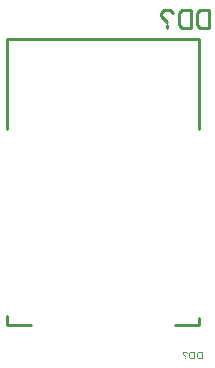
<source format=gbo>
G04 Layer_Color=32896*
%FSLAX25Y25*%
%MOIN*%
G70*
G01*
G75*
%ADD29C,0.01000*%
G36*
X576536Y230031D02*
X575629D01*
X575546Y230035D01*
X575469Y230039D01*
X575400Y230046D01*
X575342Y230053D01*
X575291Y230061D01*
X575254Y230064D01*
X575244Y230068D01*
X575233Y230071D01*
X575225D01*
X575160Y230090D01*
X575102Y230112D01*
X575050Y230130D01*
X575007Y230152D01*
X574970Y230170D01*
X574945Y230184D01*
X574930Y230195D01*
X574923Y230199D01*
X574876Y230232D01*
X574836Y230272D01*
X574796Y230308D01*
X574763Y230345D01*
X574734Y230377D01*
X574712Y230403D01*
X574697Y230421D01*
X574694Y230428D01*
X574657Y230486D01*
X574621Y230548D01*
X574592Y230607D01*
X574570Y230665D01*
X574548Y230716D01*
X574534Y230756D01*
X574530Y230770D01*
X574526Y230781D01*
X574523Y230789D01*
Y230792D01*
X574501Y230880D01*
X574483Y230967D01*
X574472Y231051D01*
X574461Y231131D01*
X574457Y231200D01*
Y231229D01*
X574454Y231255D01*
Y231273D01*
Y231291D01*
Y231298D01*
Y231302D01*
X574457Y231426D01*
X574468Y231539D01*
X574486Y231640D01*
X574494Y231688D01*
X574505Y231728D01*
X574515Y231768D01*
X574523Y231801D01*
X574530Y231830D01*
X574541Y231855D01*
X574545Y231877D01*
X574552Y231891D01*
X574555Y231899D01*
Y231903D01*
X574595Y231997D01*
X574643Y232081D01*
X574694Y232154D01*
X574741Y232215D01*
X574785Y232266D01*
X574821Y232303D01*
X574836Y232314D01*
X574847Y232325D01*
X574850Y232328D01*
X574854Y232332D01*
X574912Y232379D01*
X574974Y232416D01*
X575036Y232449D01*
X575094Y232474D01*
X575145Y232492D01*
X575185Y232503D01*
X575200Y232510D01*
X575211D01*
X575218Y232514D01*
X575222D01*
X575283Y232525D01*
X575356Y232536D01*
X575429Y232543D01*
X575502Y232547D01*
X575567Y232550D01*
X576536D01*
Y230031D01*
D02*
G37*
G36*
X579076D02*
X578170D01*
X578086Y230035D01*
X578010Y230039D01*
X577941Y230046D01*
X577882Y230053D01*
X577832Y230061D01*
X577795Y230064D01*
X577784Y230068D01*
X577773Y230071D01*
X577766D01*
X577701Y230090D01*
X577642Y230112D01*
X577591Y230130D01*
X577548Y230152D01*
X577511Y230170D01*
X577486Y230184D01*
X577471Y230195D01*
X577464Y230199D01*
X577417Y230232D01*
X577377Y230272D01*
X577337Y230308D01*
X577304Y230345D01*
X577275Y230377D01*
X577253Y230403D01*
X577238Y230421D01*
X577235Y230428D01*
X577198Y230486D01*
X577162Y230548D01*
X577133Y230607D01*
X577111Y230665D01*
X577089Y230716D01*
X577074Y230756D01*
X577071Y230770D01*
X577067Y230781D01*
X577064Y230789D01*
Y230792D01*
X577042Y230880D01*
X577023Y230967D01*
X577012Y231051D01*
X577002Y231131D01*
X576998Y231200D01*
Y231229D01*
X576994Y231255D01*
Y231273D01*
Y231291D01*
Y231298D01*
Y231302D01*
X576998Y231426D01*
X577009Y231539D01*
X577027Y231640D01*
X577034Y231688D01*
X577045Y231728D01*
X577056Y231768D01*
X577064Y231801D01*
X577071Y231830D01*
X577082Y231855D01*
X577085Y231877D01*
X577093Y231891D01*
X577096Y231899D01*
Y231903D01*
X577136Y231997D01*
X577184Y232081D01*
X577235Y232154D01*
X577282Y232215D01*
X577325Y232266D01*
X577362Y232303D01*
X577377Y232314D01*
X577387Y232325D01*
X577391Y232328D01*
X577395Y232332D01*
X577453Y232379D01*
X577515Y232416D01*
X577577Y232449D01*
X577635Y232474D01*
X577686Y232492D01*
X577726Y232503D01*
X577740Y232510D01*
X577751D01*
X577759Y232514D01*
X577762D01*
X577824Y232525D01*
X577897Y232536D01*
X577970Y232543D01*
X578043Y232547D01*
X578108Y232550D01*
X579076D01*
Y230031D01*
D02*
G37*
G36*
X573362Y232590D02*
X573423Y232587D01*
X573533Y232565D01*
X573584Y232550D01*
X573627Y232536D01*
X573671Y232518D01*
X573711Y232499D01*
X573744Y232481D01*
X573773Y232463D01*
X573798Y232449D01*
X573820Y232434D01*
X573838Y232423D01*
X573849Y232412D01*
X573857Y232408D01*
X573860Y232405D01*
X573897Y232368D01*
X573933Y232328D01*
X573988Y232241D01*
X574031Y232150D01*
X574064Y232066D01*
X574079Y232023D01*
X574086Y231986D01*
X574097Y231953D01*
X574100Y231924D01*
X574108Y231899D01*
Y231881D01*
X574111Y231870D01*
Y231866D01*
X573795Y231826D01*
X573776Y231917D01*
X573751Y231997D01*
X573722Y232063D01*
X573693Y232117D01*
X573667Y232157D01*
X573645Y232190D01*
X573631Y232205D01*
X573624Y232212D01*
X573569Y232256D01*
X573515Y232285D01*
X573460Y232307D01*
X573409Y232325D01*
X573362Y232332D01*
X573325Y232336D01*
X573311Y232339D01*
X573292D01*
X573220Y232332D01*
X573150Y232317D01*
X573092Y232296D01*
X573041Y232270D01*
X573001Y232245D01*
X572972Y232223D01*
X572954Y232208D01*
X572947Y232201D01*
X572899Y232146D01*
X572863Y232092D01*
X572837Y232041D01*
X572823Y231990D01*
X572812Y231950D01*
X572808Y231913D01*
X572805Y231891D01*
Y231888D01*
Y231884D01*
X572808Y231848D01*
X572812Y231811D01*
X572819Y231782D01*
X572830Y231753D01*
X572841Y231731D01*
X572848Y231713D01*
X572852Y231702D01*
X572856Y231699D01*
X572878Y231666D01*
X572910Y231629D01*
X572943Y231589D01*
X572979Y231553D01*
X573012Y231524D01*
X573041Y231495D01*
X573060Y231480D01*
X573063Y231473D01*
X573067D01*
X573121Y231422D01*
X573169Y231378D01*
X573209Y231342D01*
X573238Y231313D01*
X573260Y231287D01*
X573278Y231273D01*
X573285Y231262D01*
X573289Y231258D01*
X573318Y231222D01*
X573343Y231185D01*
X573365Y231149D01*
X573383Y231120D01*
X573394Y231094D01*
X573405Y231076D01*
X573409Y231062D01*
X573413Y231058D01*
X573431Y231007D01*
X573442Y230952D01*
X573453Y230902D01*
X573456Y230854D01*
X573460Y230810D01*
X573463Y230774D01*
Y230752D01*
Y230749D01*
Y230745D01*
Y230716D01*
X573460Y230687D01*
Y230665D01*
Y230658D01*
Y230654D01*
X573161D01*
Y230716D01*
X573158Y230770D01*
X573154Y230818D01*
X573150Y230854D01*
X573147Y230880D01*
X573143Y230902D01*
X573139Y230912D01*
Y230916D01*
X573118Y230974D01*
X573107Y231000D01*
X573096Y231022D01*
X573085Y231036D01*
X573078Y231051D01*
X573070Y231058D01*
Y231062D01*
X573048Y231091D01*
X573019Y231120D01*
X572987Y231153D01*
X572954Y231185D01*
X572921Y231214D01*
X572896Y231240D01*
X572878Y231255D01*
X572870Y231262D01*
X572794Y231331D01*
X572728Y231397D01*
X572674Y231455D01*
X572634Y231502D01*
X572605Y231542D01*
X572583Y231571D01*
X572572Y231589D01*
X572568Y231597D01*
X572543Y231651D01*
X572521Y231706D01*
X572506Y231757D01*
X572499Y231804D01*
X572492Y231844D01*
X572488Y231873D01*
Y231895D01*
Y231903D01*
X572492Y231957D01*
X572499Y232004D01*
X572510Y232055D01*
X572521Y232099D01*
X572557Y232183D01*
X572597Y232256D01*
X572619Y232285D01*
X572641Y232310D01*
X572659Y232336D01*
X572674Y232354D01*
X572688Y232368D01*
X572699Y232383D01*
X572706Y232387D01*
X572710Y232390D01*
X572754Y232427D01*
X572797Y232459D01*
X572845Y232485D01*
X572896Y232507D01*
X572994Y232543D01*
X573085Y232569D01*
X573129Y232576D01*
X573172Y232583D01*
X573205Y232587D01*
X573238Y232590D01*
X573263Y232594D01*
X573300D01*
X573362Y232590D01*
D02*
G37*
G36*
X573515Y230031D02*
X573161D01*
Y230385D01*
X573515D01*
Y230031D01*
D02*
G37*
%LPC*%
G36*
X576201Y232252D02*
X575618D01*
X575571Y232248D01*
X575524D01*
X575480Y232245D01*
X575407Y232234D01*
X575349Y232226D01*
X575302Y232215D01*
X575269Y232205D01*
X575251Y232201D01*
X575244Y232197D01*
X575178Y232165D01*
X575116Y232124D01*
X575062Y232077D01*
X575014Y232030D01*
X574978Y231986D01*
X574949Y231950D01*
X574941Y231935D01*
X574934Y231924D01*
X574927Y231917D01*
Y231913D01*
X574905Y231873D01*
X574883Y231826D01*
X574850Y231731D01*
X574828Y231629D01*
X574810Y231531D01*
X574807Y231487D01*
X574803Y231444D01*
X574799Y231407D01*
Y231375D01*
X574796Y231346D01*
Y231327D01*
Y231313D01*
Y231309D01*
X574799Y231207D01*
X574807Y231113D01*
X574818Y231029D01*
X574828Y230956D01*
X574836Y230927D01*
X574843Y230902D01*
X574850Y230876D01*
X574854Y230858D01*
X574858Y230843D01*
X574861Y230832D01*
X574865Y230825D01*
Y230821D01*
X574890Y230752D01*
X574920Y230690D01*
X574952Y230636D01*
X574981Y230588D01*
X575007Y230552D01*
X575029Y230526D01*
X575043Y230512D01*
X575047Y230505D01*
X575083Y230476D01*
X575120Y230450D01*
X575156Y230428D01*
X575192Y230406D01*
X575225Y230392D01*
X575251Y230381D01*
X575269Y230377D01*
X575276Y230374D01*
X575331Y230359D01*
X575396Y230348D01*
X575462Y230341D01*
X575524Y230337D01*
X575578Y230334D01*
X575604Y230330D01*
X576201D01*
Y232252D01*
D02*
G37*
G36*
X578742D02*
X578159D01*
X578112Y232248D01*
X578064D01*
X578021Y232245D01*
X577948Y232234D01*
X577890Y232226D01*
X577842Y232215D01*
X577810Y232205D01*
X577792Y232201D01*
X577784Y232197D01*
X577719Y232165D01*
X577657Y232124D01*
X577602Y232077D01*
X577555Y232030D01*
X577519Y231986D01*
X577489Y231950D01*
X577482Y231935D01*
X577475Y231924D01*
X577467Y231917D01*
Y231913D01*
X577446Y231873D01*
X577424Y231826D01*
X577391Y231731D01*
X577369Y231629D01*
X577351Y231531D01*
X577347Y231487D01*
X577344Y231444D01*
X577340Y231407D01*
Y231375D01*
X577337Y231346D01*
Y231327D01*
Y231313D01*
Y231309D01*
X577340Y231207D01*
X577347Y231113D01*
X577358Y231029D01*
X577369Y230956D01*
X577377Y230927D01*
X577384Y230902D01*
X577391Y230876D01*
X577395Y230858D01*
X577398Y230843D01*
X577402Y230832D01*
X577406Y230825D01*
Y230821D01*
X577431Y230752D01*
X577460Y230690D01*
X577493Y230636D01*
X577522Y230588D01*
X577548Y230552D01*
X577569Y230526D01*
X577584Y230512D01*
X577588Y230505D01*
X577624Y230476D01*
X577660Y230450D01*
X577697Y230428D01*
X577733Y230406D01*
X577766Y230392D01*
X577792Y230381D01*
X577810Y230377D01*
X577817Y230374D01*
X577872Y230359D01*
X577937Y230348D01*
X578003Y230341D01*
X578064Y230337D01*
X578119Y230334D01*
X578145Y230330D01*
X578742D01*
Y232252D01*
D02*
G37*
%LPD*%
D29*
X577676Y306931D02*
Y336931D01*
Y241431D02*
Y243932D01*
X569676Y241431D02*
X577676D01*
X513676D02*
X521676D01*
X513676D02*
Y244431D01*
Y306931D02*
Y336931D01*
X577676D01*
X581001Y346383D02*
Y340385D01*
X578002D01*
X577002Y341385D01*
Y345383D01*
X578002Y346383D01*
X581001D01*
X575003D02*
Y340385D01*
X572004D01*
X571004Y341385D01*
Y345383D01*
X572004Y346383D01*
X575003D01*
X569005Y345383D02*
X568005Y346383D01*
X566006D01*
X565006Y345383D01*
Y344384D01*
X567005Y342384D01*
Y341385D02*
Y340385D01*
M02*

</source>
